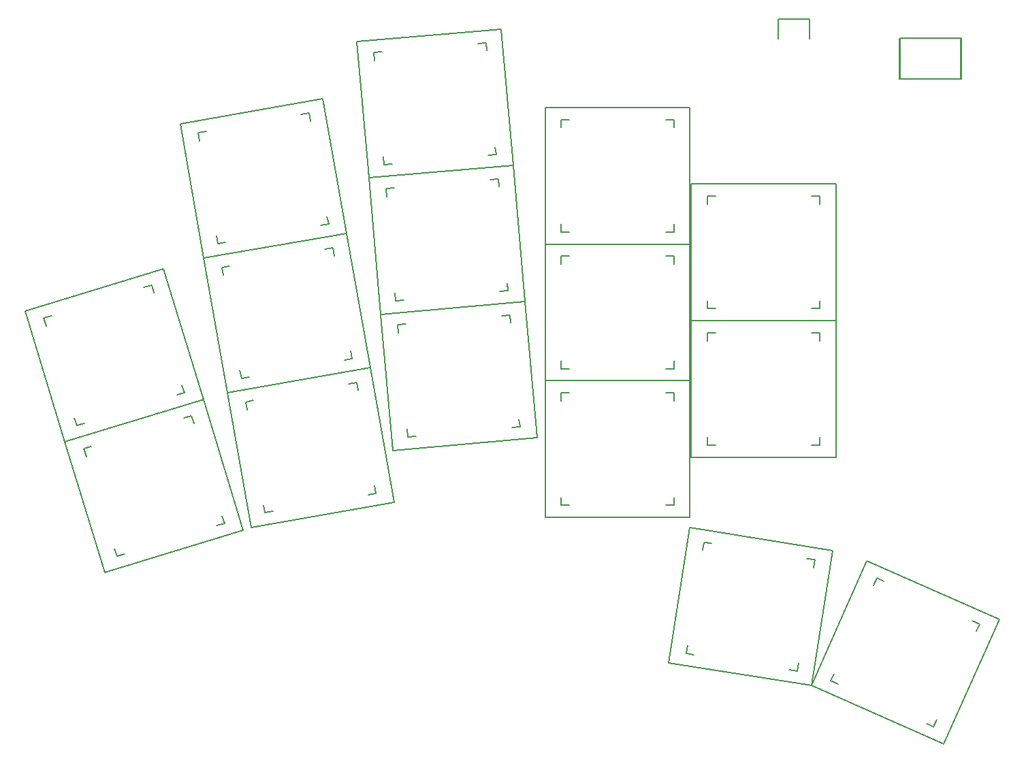
<source format=gbr>
%TF.GenerationSoftware,KiCad,Pcbnew,(6.0.4)*%
%TF.CreationDate,2022-07-31T18:16:21+02:00*%
%TF.ProjectId,battoota,62617474-6f6f-4746-912e-6b696361645f,v1.0.0*%
%TF.SameCoordinates,Original*%
%TF.FileFunction,OtherDrawing,Comment*%
%FSLAX46Y46*%
G04 Gerber Fmt 4.6, Leading zero omitted, Abs format (unit mm)*
G04 Created by KiCad (PCBNEW (6.0.4)) date 2022-07-31 18:16:21*
%MOMM*%
%LPD*%
G01*
G04 APERTURE LIST*
%ADD10C,0.150000*%
G04 APERTURE END LIST*
D10*
%TO.C,S11*%
X61047831Y111553098D02*
X78774369Y114678766D01*
X78511494Y98893302D02*
X79496302Y99066950D01*
X64262726Y110596832D02*
X63277918Y110423184D01*
X81726389Y97937035D02*
X63999851Y94811367D01*
X77065226Y112854258D02*
X77238875Y111869450D01*
X77065226Y112854258D02*
X76080419Y112680609D01*
X65708993Y96635875D02*
X66693801Y96809524D01*
X77065227Y112854259D02*
X77238875Y111869451D01*
X63451567Y109438375D02*
X63277919Y110423183D01*
X78774369Y114678766D02*
X81726389Y97937035D01*
X78774370Y114678766D02*
X81726389Y97937035D01*
X61047831Y111553099D02*
X78774370Y114678766D01*
X77065227Y112854259D02*
X76080419Y112680610D01*
X64262727Y110596830D02*
X63277919Y110423183D01*
X79322653Y100051758D02*
X79496302Y99066950D01*
X79322654Y100051757D02*
X79496302Y99066950D01*
X63999850Y94811368D02*
X61047831Y111553099D01*
X63451567Y109438376D02*
X63277918Y110423184D01*
X78511494Y98893302D02*
X79496302Y99066950D01*
X65708994Y96635875D02*
X66693801Y96809523D01*
X65708994Y96635875D02*
X65535345Y97620683D01*
X81726389Y97937035D02*
X63999850Y94811368D01*
X65708993Y96635875D02*
X65535345Y97620683D01*
X63999851Y94811367D02*
X61047831Y111553098D01*
%TO.C,S15*%
X87858371Y89530713D02*
X88854565Y89617869D01*
X87858370Y89530714D02*
X88854565Y89617870D01*
X100808901Y90663739D02*
X101805096Y90750894D01*
X102446570Y106366224D02*
X103928219Y89430914D01*
X86725346Y102481244D02*
X86638190Y103477439D01*
X102446571Y106366224D02*
X103928219Y89430914D01*
X87858371Y89530713D02*
X87771215Y90526909D01*
X84515067Y104797419D02*
X102446570Y106366224D01*
X87858370Y89530714D02*
X87771215Y90526909D01*
X100584916Y104697620D02*
X99588721Y104610464D01*
X85996715Y87862110D02*
X84515067Y104797420D01*
X87634385Y103564593D02*
X86638190Y103477439D01*
X101717940Y91747089D02*
X101805096Y90750894D01*
X100584915Y104697620D02*
X99588721Y104610463D01*
X85996716Y87862109D02*
X84515067Y104797419D01*
X100808901Y90663739D02*
X101805096Y90750894D01*
X103928219Y89430914D02*
X85996715Y87862110D01*
X84515067Y104797420D02*
X102446571Y106366224D01*
X86725346Y102481245D02*
X86638190Y103477440D01*
X103928219Y89430914D02*
X85996716Y87862109D01*
X100584915Y104697620D02*
X100672072Y103701424D01*
X101717940Y91747088D02*
X101805096Y90750894D01*
X87634385Y103564595D02*
X86638190Y103477440D01*
X100584916Y104697620D02*
X100672071Y103701425D01*
%TO.C,S21*%
X121424791Y81077254D02*
X122424791Y81077254D01*
X124424790Y96577254D02*
X124424791Y79577254D01*
X109424791Y95077254D02*
X108424791Y95077254D01*
X108424791Y94077253D02*
X108424791Y95077253D01*
X106424792Y79577253D02*
X106424791Y96577253D01*
X106424791Y96577254D02*
X124424791Y96577254D01*
X121424791Y81077254D02*
X122424791Y81077254D01*
X122424790Y95077254D02*
X121424791Y95077253D01*
X122424791Y82077254D02*
X122424791Y81077254D01*
X122424791Y95077254D02*
X121424791Y95077254D01*
X124424791Y79577254D02*
X106424792Y79577253D01*
X109424791Y95077252D02*
X108424791Y95077253D01*
X106424791Y79577254D02*
X106424791Y96577254D01*
X108424791Y94077254D02*
X108424791Y95077254D01*
X122424790Y95077254D02*
X122424791Y94077253D01*
X122424791Y95077254D02*
X122424791Y94077254D01*
X108424792Y81077253D02*
X109424791Y81077253D01*
X108424791Y81077254D02*
X108424791Y82077254D01*
X122424791Y82077253D02*
X122424791Y81077254D01*
X124424791Y96577254D02*
X124424791Y79577254D01*
X108424792Y81077253D02*
X108424791Y82077254D01*
X124424791Y79577254D02*
X106424791Y79577254D01*
X106424791Y96577253D02*
X124424790Y96577254D01*
X108424791Y81077254D02*
X109424791Y81077254D01*
%TO.C,T1*%
X139318406Y124601838D02*
X139318406Y122101838D01*
X135418406Y122101838D02*
X135418406Y124601838D01*
X135418406Y124601838D02*
X139318406Y124601838D01*
%TO.C,T2*%
X139318406Y124601838D02*
X139318406Y122101838D01*
X135418406Y124601838D02*
X139318406Y124601838D01*
X135418406Y122101838D02*
X135418406Y124601838D01*
%TO.C,S29*%
X142599495Y87044491D02*
X124599496Y87044490D01*
X140599495Y89544490D02*
X140599495Y88544491D01*
X124599495Y104044491D02*
X142599495Y104044491D01*
X140599495Y102544491D02*
X139599495Y102544491D01*
X139599495Y88544491D02*
X140599495Y88544491D01*
X127599495Y102544491D02*
X126599495Y102544491D01*
X126599495Y101544491D02*
X126599495Y102544491D01*
X142599495Y104044491D02*
X142599495Y87044491D01*
X140599495Y102544491D02*
X140599495Y101544491D01*
X124599495Y87044491D02*
X124599495Y104044491D01*
X126599495Y88544491D02*
X127599495Y88544491D01*
X142599495Y87044491D02*
X124599495Y87044491D01*
X126599496Y88544490D02*
X127599495Y88544490D01*
X127599495Y102544489D02*
X126599495Y102544490D01*
X140599495Y89544491D02*
X140599495Y88544491D01*
X140599494Y102544491D02*
X139599495Y102544490D01*
X142599494Y104044491D02*
X142599495Y87044491D01*
X126599496Y88544490D02*
X126599495Y89544491D01*
X124599496Y87044490D02*
X124599495Y104044490D01*
X126599495Y88544491D02*
X126599495Y89544491D01*
X139599495Y88544491D02*
X140599495Y88544491D01*
X126599495Y101544490D02*
X126599495Y102544490D01*
X140599494Y102544491D02*
X140599495Y101544490D01*
X124599495Y104044490D02*
X142599494Y104044491D01*
%TO.C,S33*%
X147259602Y54115472D02*
X147666339Y55029018D01*
X148579885Y54622282D02*
X147666339Y55029019D01*
X139534830Y41682537D02*
X146449353Y57212810D01*
X155978649Y34361278D02*
X139534830Y41682537D01*
X160455975Y49334706D02*
X159542430Y49741441D01*
X155978649Y34361278D02*
X139534831Y41682536D01*
X146449353Y57212810D02*
X162893172Y49891551D01*
X141972027Y42239381D02*
X142885571Y41832645D01*
X160455975Y49334706D02*
X160049239Y48421159D01*
X147259603Y54115473D02*
X147666339Y55029019D01*
X162893171Y49891551D02*
X155978649Y34361278D01*
X148579884Y54622280D02*
X147666339Y55029018D01*
X139534831Y41682536D02*
X146449353Y57212809D01*
X153848117Y36951806D02*
X154761663Y36545069D01*
X141972026Y42239382D02*
X142885572Y41832646D01*
X160455976Y49334706D02*
X160049239Y48421160D01*
X155168399Y37458615D02*
X154761663Y36545069D01*
X146449353Y57212809D02*
X162893171Y49891551D01*
X160455976Y49334706D02*
X159542430Y49741442D01*
X155168399Y37458614D02*
X154761663Y36545069D01*
X162893172Y49891551D02*
X155978649Y34361278D01*
X141972026Y42239382D02*
X142378763Y43152928D01*
X141972027Y42239381D02*
X142378763Y43152928D01*
X153848117Y36951806D02*
X154761663Y36545069D01*
%TO.C,S7*%
X66951869Y78069634D02*
X84678407Y81195302D01*
X84678408Y81195302D02*
X87630427Y64453571D01*
X82969264Y79370794D02*
X81984457Y79197145D01*
X84415532Y65409838D02*
X85400340Y65583486D01*
X71613031Y63152411D02*
X72597839Y63326060D01*
X87630427Y64453571D02*
X69903888Y61327904D01*
X85226691Y66568294D02*
X85400340Y65583486D01*
X71613032Y63152411D02*
X71439383Y64137219D01*
X70166765Y77113366D02*
X69181957Y76939719D01*
X71613032Y63152411D02*
X72597839Y63326059D01*
X84415532Y65409838D02*
X85400340Y65583486D01*
X82969264Y79370794D02*
X83142913Y78385986D01*
X70166764Y77113368D02*
X69181956Y76939720D01*
X87630427Y64453571D02*
X69903889Y61327903D01*
X82969265Y79370795D02*
X81984457Y79197146D01*
X69355605Y75954912D02*
X69181956Y76939720D01*
X66951869Y78069635D02*
X84678408Y81195302D01*
X85226692Y66568293D02*
X85400340Y65583486D01*
X84678407Y81195302D02*
X87630427Y64453571D01*
X69355605Y75954911D02*
X69181957Y76939719D01*
X82969265Y79370795D02*
X83142913Y78385987D01*
X69903889Y61327903D02*
X66951869Y78069634D01*
X69903888Y61327904D02*
X66951869Y78069635D01*
X71613031Y63152411D02*
X71439383Y64137219D01*
%TO.C,S5*%
X41750357Y88227207D02*
X58963841Y93489898D01*
X58963841Y93489898D02*
X63934161Y77232718D01*
X61290623Y79038736D02*
X61582994Y78082432D01*
X48194728Y73989228D02*
X47902356Y74945533D01*
X58963842Y93489899D02*
X63934161Y77232718D01*
X60626689Y77790060D02*
X61582994Y78082432D01*
X57489790Y91470698D02*
X57782162Y90514393D01*
X44393896Y86421189D02*
X44101524Y87377493D01*
X48194729Y73989227D02*
X49151033Y74281599D01*
X63934161Y77232718D02*
X46720676Y71970027D01*
X61290623Y79038735D02*
X61582994Y78082432D01*
X44393895Y86421190D02*
X44101524Y87377494D01*
X48194729Y73989227D02*
X47902356Y74945533D01*
X57489789Y91470698D02*
X56533486Y91178326D01*
X41750357Y88227208D02*
X58963842Y93489899D01*
X46720676Y71970027D02*
X41750357Y88227208D01*
X63934161Y77232718D02*
X46720677Y71970027D01*
X45057829Y87669866D02*
X44101524Y87377494D01*
X57489790Y91470698D02*
X56533486Y91178327D01*
X60626689Y77790060D02*
X61582994Y78082432D01*
X57489789Y91470698D02*
X57782162Y90514393D01*
X48194728Y73989228D02*
X49151032Y74281599D01*
X45057829Y87669864D02*
X44101524Y87377493D01*
X46720677Y71970027D02*
X41750357Y88227207D01*
%TO.C,S27*%
X127599495Y85544491D02*
X126599495Y85544491D01*
X126599496Y71544490D02*
X127599495Y71544490D01*
X140599494Y85544491D02*
X140599495Y84544490D01*
X124599495Y70044491D02*
X124599495Y87044491D01*
X142599494Y87044491D02*
X142599495Y70044491D01*
X126599495Y71544491D02*
X127599495Y71544491D01*
X140599495Y85544491D02*
X139599495Y85544491D01*
X139599495Y71544491D02*
X140599495Y71544491D01*
X142599495Y70044491D02*
X124599495Y70044491D01*
X142599495Y87044491D02*
X142599495Y70044491D01*
X140599495Y85544491D02*
X140599495Y84544491D01*
X126599495Y71544491D02*
X126599495Y72544491D01*
X139599495Y71544491D02*
X140599495Y71544491D01*
X126599495Y84544490D02*
X126599495Y85544490D01*
X127599495Y85544489D02*
X126599495Y85544490D01*
X124599496Y70044490D02*
X124599495Y87044490D01*
X126599496Y71544490D02*
X126599495Y72544491D01*
X140599495Y72544491D02*
X140599495Y71544491D01*
X124599495Y87044490D02*
X142599494Y87044491D01*
X140599495Y72544490D02*
X140599495Y71544491D01*
X142599495Y70044491D02*
X124599496Y70044490D01*
X126599495Y84544491D02*
X126599495Y85544491D01*
X124599495Y87044491D02*
X142599495Y87044491D01*
X140599494Y85544491D02*
X139599495Y85544490D01*
%TO.C,S9*%
X81726389Y97937034D02*
X84678408Y81195303D01*
X80017245Y96112526D02*
X79032438Y95938877D01*
X66951869Y78069636D02*
X63999850Y94811367D01*
X66403586Y92696643D02*
X66229938Y93681451D01*
X82274672Y83310026D02*
X82448321Y82325218D01*
X63999850Y94811366D02*
X81726388Y97937034D01*
X66403586Y92696644D02*
X66229937Y93681452D01*
X80017246Y96112527D02*
X80190894Y95127719D01*
X84678408Y81195303D02*
X66951869Y78069636D01*
X67214745Y93855100D02*
X66229937Y93681452D01*
X63999850Y94811367D02*
X81726389Y97937034D01*
X68661013Y79894143D02*
X68487364Y80878951D01*
X84678408Y81195303D02*
X66951870Y78069635D01*
X67214746Y93855098D02*
X66229938Y93681451D01*
X81726388Y97937034D02*
X84678408Y81195303D01*
X66951870Y78069635D02*
X63999850Y94811366D01*
X81463513Y82151570D02*
X82448321Y82325218D01*
X80017245Y96112526D02*
X80190894Y95127718D01*
X68661012Y79894143D02*
X68487364Y80878951D01*
X68661012Y79894143D02*
X69645820Y80067792D01*
X82274673Y83310025D02*
X82448321Y82325218D01*
X81463513Y82151570D02*
X82448321Y82325218D01*
X80017246Y96112527D02*
X79032438Y95938878D01*
X68661013Y79894143D02*
X69645820Y80067791D01*
%TO.C,S13*%
X102066564Y87762310D02*
X101070369Y87675154D01*
X89340018Y72595404D02*
X89252863Y73591599D01*
X85996715Y87862109D02*
X103928218Y89430914D01*
X89340018Y72595404D02*
X90336213Y72682560D01*
X85996715Y87862110D02*
X103928219Y89430914D01*
X103928218Y89430914D02*
X105409867Y72495604D01*
X89116033Y86629283D02*
X88119838Y86542129D01*
X89116033Y86629285D02*
X88119838Y86542130D01*
X105409867Y72495604D02*
X87478364Y70926799D01*
X103199588Y74811779D02*
X103286744Y73815584D01*
X87478364Y70926799D02*
X85996715Y87862109D01*
X89340019Y72595403D02*
X90336213Y72682559D01*
X87478363Y70926800D02*
X85996715Y87862110D01*
X103928219Y89430914D02*
X105409867Y72495604D01*
X102066563Y87762310D02*
X102153720Y86766114D01*
X89340019Y72595403D02*
X89252863Y73591599D01*
X102066563Y87762310D02*
X101070369Y87675153D01*
X88206994Y85545935D02*
X88119838Y86542130D01*
X103199588Y74811778D02*
X103286744Y73815584D01*
X88206994Y85545934D02*
X88119838Y86542129D01*
X102290549Y73728429D02*
X103286744Y73815584D01*
X105409867Y72495604D02*
X87478363Y70926800D01*
X102290549Y73728429D02*
X103286744Y73815584D01*
X102066564Y87762310D02*
X102153719Y86766115D01*
%TO.C,S17*%
X99103269Y121632930D02*
X98107074Y121545774D01*
X83033420Y121732730D02*
X100964924Y123301534D01*
X100236293Y108682398D02*
X100323449Y107686204D01*
X99327254Y107599049D02*
X100323449Y107686204D01*
X99103268Y121632930D02*
X98107074Y121545773D01*
X99327254Y107599049D02*
X100323449Y107686204D01*
X86152738Y120499905D02*
X85156543Y120412750D01*
X100236293Y108682399D02*
X100323449Y107686204D01*
X83033420Y121732729D02*
X100964923Y123301534D01*
X100964924Y123301534D02*
X102446572Y106366224D01*
X86376723Y106466024D02*
X87372918Y106553180D01*
X102446572Y106366224D02*
X84515068Y104797420D01*
X86152738Y120499903D02*
X85156543Y120412749D01*
X99103268Y121632930D02*
X99190425Y120636734D01*
X86376723Y106466024D02*
X86289568Y107462219D01*
X86376724Y106466023D02*
X87372918Y106553179D01*
X84515069Y104797419D02*
X83033420Y121732729D01*
X86376724Y106466023D02*
X86289568Y107462219D01*
X85243699Y119416554D02*
X85156543Y120412749D01*
X100964923Y123301534D02*
X102446572Y106366224D01*
X84515068Y104797420D02*
X83033420Y121732730D01*
X102446572Y106366224D02*
X84515069Y104797419D01*
X85243699Y119416555D02*
X85156543Y120412750D01*
X99103269Y121632930D02*
X99190424Y120636735D01*
%TO.C,S31*%
X139984187Y57304576D02*
X138996499Y57461010D01*
X136806417Y43633374D02*
X137794105Y43476939D01*
X126000116Y58506969D02*
X126156551Y59494658D01*
X127144239Y59338222D02*
X126156551Y59494658D01*
X121756441Y44498357D02*
X124415826Y61289059D01*
X139984187Y57304576D02*
X139827753Y56316887D01*
X142194215Y58473240D02*
X139534830Y41682538D01*
X126000116Y58506970D02*
X126156551Y59494659D01*
X123966469Y45667021D02*
X124954157Y45510586D01*
X121756440Y44498358D02*
X124415826Y61289060D01*
X137950540Y44464628D02*
X137794105Y43476939D01*
X139534830Y41682538D02*
X121756440Y44498358D01*
X127144239Y59338224D02*
X126156551Y59494659D01*
X139984188Y57304576D02*
X139827753Y56316888D01*
X124415826Y61289060D02*
X142194216Y58473240D01*
X124415826Y61289059D02*
X142194215Y58473240D01*
X123966468Y45667022D02*
X124122903Y46654710D01*
X142194216Y58473240D02*
X139534830Y41682538D01*
X139534830Y41682538D02*
X121756441Y44498357D01*
X139984188Y57304576D02*
X138996499Y57461011D01*
X136806417Y43633374D02*
X137794105Y43476939D01*
X123966468Y45667022D02*
X124954157Y45510587D01*
X137950539Y44464627D02*
X137794105Y43476939D01*
X123966469Y45667021D02*
X124122903Y46654710D01*
%TO.C,MCU1*%
X150547213Y117096348D02*
X150547213Y122176348D01*
X150508690Y117096348D02*
X150508690Y122176348D01*
X158128690Y117096348D02*
X150508690Y117096348D01*
X150547213Y122176348D02*
X158167213Y122176348D01*
X158167213Y122176348D02*
X158167213Y117096348D01*
X158167213Y117096348D02*
X150547213Y117096348D01*
X158128690Y122176348D02*
X158128690Y117096348D01*
%TO.C,S3*%
X53165048Y57732046D02*
X54121352Y58024418D01*
X62460108Y75213517D02*
X61503805Y74921145D01*
X63934161Y77232718D02*
X68904480Y60975537D01*
X65597008Y61532879D02*
X66553313Y61825251D01*
X46720676Y71970027D02*
X63934161Y77232718D01*
X62460109Y75213517D02*
X61503805Y74921146D01*
X51690995Y55712846D02*
X46720676Y71970027D01*
X66260942Y62781554D02*
X66553313Y61825251D01*
X68904480Y60975537D02*
X51690995Y55712846D01*
X66260942Y62781555D02*
X66553313Y61825251D01*
X62460108Y75213517D02*
X62752481Y74257212D01*
X49364215Y70164008D02*
X49071843Y71120312D01*
X49364214Y70164009D02*
X49071843Y71120313D01*
X65597008Y61532879D02*
X66553313Y61825251D01*
X50028148Y71412685D02*
X49071843Y71120313D01*
X68904480Y60975537D02*
X51690996Y55712846D01*
X62460109Y75213517D02*
X62752481Y74257212D01*
X53165048Y57732046D02*
X52872675Y58688352D01*
X53165047Y57732047D02*
X54121351Y58024418D01*
X63934160Y77232717D02*
X68904480Y60975537D01*
X51690996Y55712846D02*
X46720676Y71970026D01*
X46720676Y71970026D02*
X63934160Y77232717D01*
X50028148Y71412683D02*
X49071843Y71120312D01*
X53165047Y57732047D02*
X52872675Y58688352D01*
%TO.C,S23*%
X121424791Y98077254D02*
X122424791Y98077254D01*
X122424791Y99077253D02*
X122424791Y98077254D01*
X106424791Y113577254D02*
X124424791Y113577254D01*
X122424791Y112077254D02*
X121424791Y112077254D01*
X124424791Y96577254D02*
X106424791Y96577254D01*
X124424790Y113577254D02*
X124424791Y96577254D01*
X106424791Y113577253D02*
X124424790Y113577254D01*
X108424791Y111077254D02*
X108424791Y112077254D01*
X106424791Y96577254D02*
X106424791Y113577254D01*
X124424791Y113577254D02*
X124424791Y96577254D01*
X122424791Y112077254D02*
X122424791Y111077254D01*
X122424791Y99077254D02*
X122424791Y98077254D01*
X108424791Y98077254D02*
X108424791Y99077254D01*
X108424791Y98077254D02*
X109424791Y98077254D01*
X106424792Y96577253D02*
X106424791Y113577253D01*
X109424791Y112077252D02*
X108424791Y112077253D01*
X109424791Y112077254D02*
X108424791Y112077254D01*
X108424792Y98077253D02*
X108424791Y99077254D01*
X121424791Y98077254D02*
X122424791Y98077254D01*
X122424790Y112077254D02*
X121424791Y112077253D01*
X122424790Y112077254D02*
X122424791Y111077253D01*
X108424792Y98077253D02*
X109424791Y98077253D01*
X108424791Y111077253D02*
X108424791Y112077253D01*
X124424791Y96577254D02*
X106424792Y96577253D01*
%TO.C,S19*%
X124424791Y62577254D02*
X106424792Y62577253D01*
X108424792Y64077253D02*
X108424791Y65077254D01*
X109424791Y78077254D02*
X108424791Y78077254D01*
X122424791Y78077254D02*
X121424791Y78077254D01*
X108424792Y64077253D02*
X109424791Y64077253D01*
X106424792Y62577253D02*
X106424791Y79577253D01*
X122424791Y65077254D02*
X122424791Y64077254D01*
X122424790Y78077254D02*
X122424791Y77077253D01*
X124424791Y62577254D02*
X106424791Y62577254D01*
X106424791Y62577254D02*
X106424791Y79577254D01*
X106424791Y79577253D02*
X124424790Y79577254D01*
X124424790Y79577254D02*
X124424791Y62577254D01*
X108424791Y64077254D02*
X108424791Y65077254D01*
X108424791Y64077254D02*
X109424791Y64077254D01*
X106424791Y79577254D02*
X124424791Y79577254D01*
X108424791Y77077253D02*
X108424791Y78077253D01*
X122424791Y65077253D02*
X122424791Y64077254D01*
X121424791Y64077254D02*
X122424791Y64077254D01*
X109424791Y78077252D02*
X108424791Y78077253D01*
X124424791Y79577254D02*
X124424791Y62577254D01*
X122424791Y78077254D02*
X122424791Y77077254D01*
X122424790Y78077254D02*
X121424791Y78077253D01*
X108424791Y77077254D02*
X108424791Y78077254D01*
X121424791Y64077254D02*
X122424791Y64077254D01*
%TD*%
M02*

</source>
